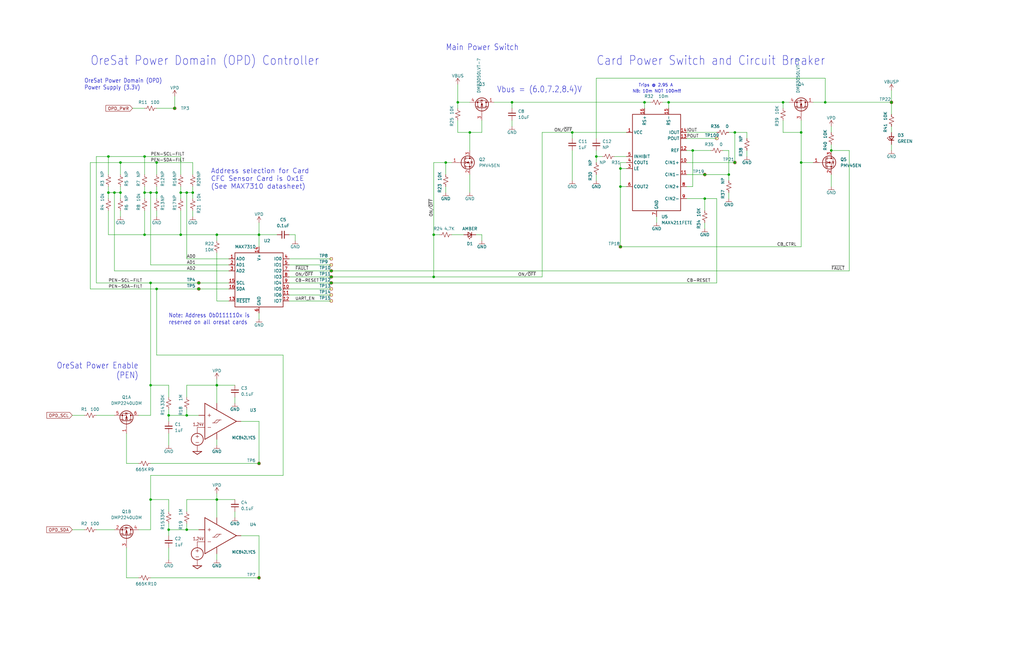
<source format=kicad_sch>
(kicad_sch (version 20211123) (generator eeschema)
  (paper "B")
  (lib_symbols
    (symbol "Device:C_Small" (pin_numbers hide) (pin_names (offset 0.254) hide)
      (property "Reference" "C" (at 0.254 1.778 0))
      (property "Value" "C_Small" (at 0.254 -2.032 0))
      (symbol "C_Small_1_1"
        (pin passive line (at 0 2.54 270) (length 2.032) (name "~") (number "1"))
        (pin passive line (at 0 -2.54 90) (length 2.032) (name "~") (number "2"))
      )
    )
    (symbol "Device:LED_Small" (pin_numbers hide) (pin_names (offset 0.254) hide)
      (property "Reference" "D" (at -1.27 3.175 0))
      (property "Value" "LED_Small" (at -4.445 -2.54 0))
      (symbol "LED_Small_1_1"
        (pin passive line (at -2.54 0 0) (length 1.778) (name "K") (number "1"))
        (pin passive line (at 2.54 0 180) (length 1.778) (name "A") (number "2"))
      )
    )
    (symbol "Device:Q_Dual_PMOS_G1S2G2D2S1D1" (pin_names (offset 0) hide)
      (property "Reference" "Q" (at 6.35 1.27 0))
      (property "Value" "Q_Dual_PMOS_G1S2G2D2S1D1" (at 19.05 -1.27 0))
      (symbol "Q_Dual_PMOS_G1S2G2D2S1D1_1_1"
        (pin input line (at -5.08 0 0) (length 2.54) (name "G") (number "1"))
        (pin passive line (at 2.54 -5.08 90) (length 2.54) (name "S") (number "5"))
        (pin passive line (at 2.54 5.08 270) (length 2.54) (name "D") (number "6"))
      )
      (symbol "Q_Dual_PMOS_G1S2G2D2S1D1_2_1"
        (pin passive line (at 2.54 -5.08 90) (length 2.54) (name "S") (number "2"))
        (pin input line (at -5.08 0 0) (length 2.54) (name "G") (number "3"))
        (pin passive line (at 2.54 5.08 270) (length 2.54) (name "D") (number "4"))
      )
    )
    (symbol "Device:Q_NMOS_GSD" (pin_names (offset 0) hide)
      (property "Reference" "Q" (at 5.08 1.27 0))
      (property "Value" "Q_NMOS_GSD" (at 5.08 -1.27 0))
      (symbol "Q_NMOS_GSD_1_1"
        (pin input line (at -5.08 0 0) (length 2.54) (name "G") (number "1"))
        (pin passive line (at 2.54 -5.08 90) (length 2.54) (name "S") (number "2"))
        (pin passive line (at 2.54 5.08 270) (length 2.54) (name "D") (number "3"))
      )
    )
    (symbol "Device:R_Small_US" (pin_numbers hide) (pin_names (offset 0.254) hide)
      (property "Reference" "R" (at 0.762 0.508 0))
      (property "Value" "R_Small_US" (at 0.762 -1.016 0))
      (symbol "R_Small_US_1_1"
        (pin passive line (at 0 2.54 270) (length 1.016) (name "~") (number "1"))
        (pin passive line (at 0 -2.54 90) (length 1.016) (name "~") (number "2"))
      )
    )
    (symbol "oresat-ics:MAX4211FETE"
      (property "Reference" "U" (at 7.62 -25.4 0))
      (property "Value" "MAX4211FETE" (at -7.62 -25.4 0))
      (symbol "MAX4211FETE_1_0"
        (pin power_in line (at -12.7 10.16 0) (length 2.54) (name "VCC") (number "1"))
        (pin input line (at 12.7 -2.54 180) (length 2.54) (name "CIN1+") (number "10"))
        (pin input line (at 12.7 -7.62 180) (length 2.54) (name "CIN1-") (number "11"))
        (pin input line (at 12.7 2.54 180) (length 2.54) (name "REF") (number "12"))
        (pin output line (at 12.7 7.62 180) (length 2.54) (name "POUT") (number "13"))
        (pin output line (at 12.7 10.16 180) (length 2.54) (name "IOUT") (number "14"))
        (pin input line (at 5.08 20.32 270) (length 2.54) (name "RS-") (number "15"))
        (pin input line (at -5.08 20.32 270) (length 2.54) (name "RS+") (number "16"))
        (pin passive line (at 0 -25.4 90) (length 2.54) hide (name "GND") (number "17"))
        (pin input line (at -12.7 -5.08 0) (length 2.54) (name "LE") (number "3"))
        (pin output line (at -12.7 -2.54 0) (length 2.54) (name "COUT1") (number "4"))
        (pin input line (at -12.7 0 0) (length 2.54) (name "INHIBIT") (number "5"))
        (pin output line (at -12.7 -12.7 0) (length 2.54) (name "COUT2") (number "6"))
        (pin power_in line (at 0 -25.4 90) (length 2.54) (name "GND") (number "7"))
        (pin input line (at 12.7 -12.7 180) (length 2.54) (name "CIN2+") (number "8"))
        (pin input line (at 12.7 -17.78 180) (length 2.54) (name "CIN2-") (number "9"))
      )
    )
    (symbol "oresat-ics:MAX7310"
      (property "Reference" "U" (at 10.16 12.7 0))
      (property "Value" "MAX7310" (at -10.16 12.7 0))
      (symbol "MAX7310_1_0"
        (pin input line (at -12.7 7.62 0) (length 2.54) (name "AD0") (number "1"))
        (pin bidirectional line (at 12.7 -5.08 180) (length 2.54) (name "IO5") (number "10"))
        (pin bidirectional line (at 12.7 -7.62 180) (length 2.54) (name "IO6") (number "11"))
        (pin bidirectional line (at 12.7 -10.16 180) (length 2.54) (name "IO7") (number "12"))
        (pin input line (at -12.7 -10.16 0) (length 2.54) (name "~{RESET}") (number "13"))
        (pin power_in line (at 0 12.7 270) (length 2.54) (name "V+") (number "14"))
        (pin input line (at -12.7 -2.54 0) (length 2.54) (name "SCL") (number "15"))
        (pin bidirectional line (at -12.7 -5.08 0) (length 2.54) (name "SDA") (number "16"))
        (pin passive line (at 0 -15.24 90) (length 2.54) hide (name "GND") (number "17"))
        (pin input line (at -12.7 5.08 0) (length 2.54) (name "AD1") (number "2"))
        (pin input line (at -12.7 2.54 0) (length 2.54) (name "AD2") (number "3"))
        (pin bidirectional line (at 12.7 7.62 180) (length 2.54) (name "IO0") (number "4"))
        (pin bidirectional line (at 12.7 5.08 180) (length 2.54) (name "IO1") (number "5"))
        (pin power_in line (at 0 -15.24 90) (length 2.54) (name "GND") (number "6"))
        (pin bidirectional line (at 12.7 2.54 180) (length 2.54) (name "IO2") (number "7"))
        (pin bidirectional line (at 12.7 0 180) (length 2.54) (name "IO3") (number "8"))
        (pin bidirectional line (at 12.7 -2.54 180) (length 2.54) (name "IO4") (number "9"))
      )
    )
    (symbol "oresat-ics:MIC842LYC5"
      (property "Reference" "U12" (at 6.35 -5.08 0))
      (property "Value" "MIC842LYC5" (at 6.35 -7.62 0))
      (symbol "MIC842LYC5_1_0"
        (text "1.24V" (at -10.16 -2.032 0) (effects (font (size 1.27 1.0795)) (justify left bottom)))
        (pin input line (at -7.62 2.54 0) (length 2.54) (name "INP") (number "1"))
        (pin power_in line (at 0 -7.62 90) (length 2.54) (name "GND") (number "2"))
        (pin output line (at 10.16 0 180) (length 2) (name "OUT") (number "4"))
        (pin power_in line (at 0 7.62 270) (length 2.54) (name "VDD") (number "5"))
      )
    )
    (symbol "oresat-misc:TestPoint-MinTH" (pin_numbers hide) (pin_names (offset 0.762) hide)
      (property "Reference" "TP" (at 0 2.54 0))
      (symbol "TestPoint-MinTH_1_1"
        (pin passive line (at 0 0 270) (length 0) (name "1") (number "1"))
      )
    )
    (symbol "oresat-power:GND" (power) (pin_names (offset 0))
      (property "Value" "GND" (at 0 -2.54 0))
      (symbol "GND_1_1"
        (pin power_in line (at 0 0 270) (length 0) hide (name "GND") (number "1"))
      )
    )
    (symbol "oresat-power:VBUS" (power) (pin_names (offset 0))
      (property "Value" "VBUS" (at 0 3.556 0))
      (symbol "VBUS_1_1"
        (pin power_in line (at 0 0 90) (length 0) hide (name "VBUS") (number "1"))
      )
    )
    (symbol "oresat-power:VBUSP" (power) (pin_names (offset 0))
      (property "Value" "VBUSP" (at 0 3.556 0))
      (symbol "VBUSP_1_1"
        (pin power_in line (at 0 0 90) (length 0) hide (name "VBUSP") (number "1"))
      )
    )
    (symbol "oresat-power:VPD" (power) (pin_names (offset 0))
      (property "Value" "VPD" (at 0 3.556 0))
      (symbol "VPD_1_1"
        (pin power_in line (at 0 0 90) (length 0) hide (name "VPD") (number "1"))
      )
    )
    (symbol "oresat-transistors:DMP3050LVT-7" (pin_names hide)
      (property "Reference" "Q?" (at 6.35 1.2701 0))
      (property "Value" "DMP3050LVT-7" (at 6.35 -1.2699 0))
      (symbol "DMP3050LVT-7_1_1"
        (pin passive line (at 2.54 5.08 270) (length 2.54) (name "D") (number "1"))
        (pin passive line (at 2.54 5.08 270) (length 2.54) hide (name "D") (number "2"))
        (pin passive line (at -5.08 0 0) (length 2.54) (name "G") (number "3"))
        (pin passive line (at 2.54 -5.08 90) (length 2.54) (name "S") (number "4"))
        (pin passive line (at 2.54 5.08 270) (length 2.54) hide (name "D") (number "5"))
        (pin passive line (at 2.54 5.08 270) (length 2.54) hide (name "D") (number "6"))
      )
    )
  )
  (junction (at 337.82 68.58))
  (junction (at 251.46 66.04))
  (junction (at 73.66 45.72))
  (junction (at 309.88 68.58))
  (junction (at 350.52 63.5))
  (junction (at 337.82 55.88))
  (junction (at 109.22 195.58))
  (junction (at 139.7 119.38))
  (junction (at 63.5 162.56))
  (junction (at 63.5 81.28))
  (junction (at 198.12 55.88))
  (junction (at 193.04 43.18))
  (junction (at 297.18 83.82))
  (junction (at 215.9 43.18))
  (junction (at 271.78 43.18))
  (junction (at 50.8 81.28))
  (junction (at 261.62 78.74))
  (junction (at 78.74 223.52))
  (junction (at 78.74 175.26))
  (junction (at 83.82 119.38))
  (junction (at 63.5 210.82))
  (junction (at 81.28 81.28))
  (junction (at 60.96 81.28))
  (junction (at 139.7 114.3))
  (junction (at 109.22 243.84))
  (junction (at 330.2 43.18))
  (junction (at 60.96 99.06))
  (junction (at 307.34 73.66))
  (junction (at 83.82 121.92))
  (junction (at 309.88 55.88))
  (junction (at 78.74 81.28))
  (junction (at 375.92 43.18))
  (junction (at 91.44 162.56))
  (junction (at 45.72 81.28))
  (junction (at 60.96 66.04))
  (junction (at 91.44 99.06))
  (junction (at 182.88 116.84))
  (junction (at 182.88 99.06))
  (junction (at 76.2 99.06))
  (junction (at 297.18 73.66))
  (junction (at 292.1 63.5))
  (junction (at 45.72 66.04))
  (junction (at 261.62 71.12))
  (junction (at 66.04 121.92))
  (junction (at 109.22 99.06))
  (junction (at 241.3 55.88))
  (junction (at 347.98 43.18))
  (junction (at 91.44 210.82))
  (junction (at 66.04 68.58))
  (junction (at 261.62 104.14))
  (junction (at 50.8 68.58))
  (junction (at 187.96 68.58))
  (junction (at 63.5 119.38))
  (junction (at 139.7 116.84))
  (junction (at 281.94 43.18))
  (junction (at 66.04 81.28))
  (junction (at 76.2 81.28))
  (junction (at 71.12 223.52))
  (junction (at 71.12 175.26))
  (junction (at 48.26 81.28))
  (wire (pts (xy 337.82 55.88) (xy 337.82 68.58)))
  (wire (pts (xy 81.28 78.74) (xy 81.28 81.28)))
  (wire (pts (xy 314.96 58.42) (xy 314.96 55.88)))
  (wire (pts (xy 83.82 119.38) (xy 96.52 119.38)))
  (wire (pts (xy 241.3 55.88) (xy 264.16 55.88)))
  (wire (pts (xy 271.78 43.18) (xy 271.78 45.72)))
  (wire (pts (xy 38.1 68.58) (xy 38.1 121.92)))
  (wire (pts (xy 38.1 121.92) (xy 66.04 121.92)))
  (wire (pts (xy 78.74 109.22) (xy 96.52 109.22)))
  (wire (pts (xy 40.64 223.52) (xy 48.26 223.52)))
  (wire (pts (xy 63.5 210.82) (xy 63.5 200.66)))
  (wire (pts (xy 375.92 43.18) (xy 375.92 48.26)))
  (wire (pts (xy 50.8 68.58) (xy 38.1 68.58)))
  (wire (pts (xy 261.62 68.58) (xy 261.62 71.12)))
  (wire (pts (xy 45.72 66.04) (xy 45.72 73.66)))
  (wire (pts (xy 45.72 78.74) (xy 45.72 81.28)))
  (wire (pts (xy 66.04 88.9) (xy 66.04 91.44)))
  (wire (pts (xy 71.12 167.64) (xy 71.12 162.56)))
  (wire (pts (xy 66.04 68.58) (xy 66.04 73.66)))
  (wire (pts (xy 91.44 127) (xy 96.52 127)))
  (wire (pts (xy 121.92 127) (xy 139.7 127)))
  (wire (pts (xy 76.2 99.06) (xy 91.44 99.06)))
  (wire (pts (xy 261.62 78.74) (xy 264.16 78.74)))
  (wire (pts (xy 347.98 33.02) (xy 347.98 43.18)))
  (wire (pts (xy 182.88 116.84) (xy 139.7 116.84)))
  (wire (pts (xy 40.64 66.04) (xy 40.64 119.38)))
  (wire (pts (xy 60.96 88.9) (xy 60.96 99.06)))
  (wire (pts (xy 200.66 99.06) (xy 203.2 99.06)))
  (wire (pts (xy 63.5 195.58) (xy 109.22 195.58)))
  (wire (pts (xy 60.96 99.06) (xy 76.2 99.06)))
  (wire (pts (xy 30.48 175.26) (xy 35.56 175.26)))
  (wire (pts (xy 309.88 55.88) (xy 307.34 55.88)))
  (wire (pts (xy 58.42 243.84) (xy 53.34 243.84)))
  (wire (pts (xy 281.94 43.18) (xy 281.94 45.72)))
  (wire (pts (xy 91.44 99.06) (xy 109.22 99.06)))
  (wire (pts (xy 193.04 45.72) (xy 193.04 43.18)))
  (wire (pts (xy 78.74 175.26) (xy 71.12 175.26)))
  (wire (pts (xy 40.64 175.26) (xy 48.26 175.26)))
  (wire (pts (xy 203.2 50.8) (xy 203.2 55.88)))
  (wire (pts (xy 337.82 50.8) (xy 337.82 55.88)))
  (wire (pts (xy 307.34 76.2) (xy 307.34 73.66)))
  (wire (pts (xy 193.04 50.8) (xy 193.04 55.88)))
  (wire (pts (xy 71.12 182.88) (xy 71.12 187.96)))
  (wire (pts (xy 375.92 53.34) (xy 375.92 55.88)))
  (wire (pts (xy 292.1 63.5) (xy 299.72 63.5)))
  (wire (pts (xy 251.46 33.02) (xy 347.98 33.02)))
  (wire (pts (xy 48.26 81.28) (xy 48.26 114.3)))
  (wire (pts (xy 91.44 233.68) (xy 91.44 236.22)))
  (wire (pts (xy 281.94 43.18) (xy 330.2 43.18)))
  (wire (pts (xy 91.44 101.6) (xy 91.44 99.06)))
  (wire (pts (xy 309.88 55.88) (xy 309.88 68.58)))
  (wire (pts (xy 307.34 63.5) (xy 304.8 63.5)))
  (wire (pts (xy 251.46 73.66) (xy 251.46 76.2)))
  (wire (pts (xy 289.56 55.88) (xy 302.26 55.88)))
  (wire (pts (xy 66.04 81.28) (xy 66.04 83.82)))
  (wire (pts (xy 187.96 68.58) (xy 187.96 73.66)))
  (wire (pts (xy 289.56 58.42) (xy 302.26 58.42)))
  (wire (pts (xy 76.2 66.04) (xy 60.96 66.04)))
  (wire (pts (xy 76.2 81.28) (xy 76.2 83.82)))
  (wire (pts (xy 297.18 83.82) (xy 297.18 88.9)))
  (wire (pts (xy 350.52 60.96) (xy 350.52 63.5)))
  (wire (pts (xy 314.96 55.88) (xy 309.88 55.88)))
  (wire (pts (xy 297.18 73.66) (xy 289.56 73.66)))
  (wire (pts (xy 45.72 81.28) (xy 45.72 83.82)))
  (wire (pts (xy 297.18 83.82) (xy 302.26 83.82)))
  (wire (pts (xy 76.2 78.74) (xy 76.2 81.28)))
  (wire (pts (xy 71.12 162.56) (xy 63.5 162.56)))
  (wire (pts (xy 63.5 81.28) (xy 63.5 111.76)))
  (wire (pts (xy 330.2 55.88) (xy 337.82 55.88)))
  (wire (pts (xy 241.3 55.88) (xy 241.3 58.42)))
  (wire (pts (xy 60.96 83.82) (xy 60.96 81.28)))
  (wire (pts (xy 81.28 88.9) (xy 81.28 91.44)))
  (wire (pts (xy 198.12 55.88) (xy 198.12 63.5)))
  (wire (pts (xy 48.26 114.3) (xy 96.52 114.3)))
  (wire (pts (xy 271.78 43.18) (xy 274.32 43.18)))
  (wire (pts (xy 40.64 119.38) (xy 63.5 119.38)))
  (wire (pts (xy 121.92 121.92) (xy 139.7 121.92)))
  (wire (pts (xy 63.5 175.26) (xy 58.42 175.26)))
  (wire (pts (xy 279.4 43.18) (xy 281.94 43.18)))
  (wire (pts (xy 251.46 66.04) (xy 254 66.04)))
  (wire (pts (xy 215.9 43.18) (xy 208.28 43.18)))
  (wire (pts (xy 358.14 63.5) (xy 358.14 114.3)))
  (wire (pts (xy 307.34 73.66) (xy 297.18 73.66)))
  (wire (pts (xy 101.6 226.06) (xy 109.22 226.06)))
  (wire (pts (xy 228.6 55.88) (xy 228.6 116.84)))
  (wire (pts (xy 337.82 68.58) (xy 342.9 68.58)))
  (wire (pts (xy 45.72 66.04) (xy 40.64 66.04)))
  (wire (pts (xy 45.72 99.06) (xy 60.96 99.06)))
  (wire (pts (xy 193.04 35.56) (xy 193.04 43.18)))
  (wire (pts (xy 350.52 73.66) (xy 350.52 78.74)))
  (wire (pts (xy 182.88 116.84) (xy 228.6 116.84)))
  (wire (pts (xy 83.82 121.92) (xy 96.52 121.92)))
  (wire (pts (xy 71.12 223.52) (xy 71.12 226.06)))
  (wire (pts (xy 50.8 78.74) (xy 50.8 81.28)))
  (wire (pts (xy 109.22 195.58) (xy 109.22 177.8)))
  (wire (pts (xy 251.46 66.04) (xy 251.46 68.58)))
  (wire (pts (xy 91.44 208.28) (xy 91.44 210.82)))
  (wire (pts (xy 187.96 68.58) (xy 190.5 68.58)))
  (wire (pts (xy 60.96 81.28) (xy 63.5 81.28)))
  (wire (pts (xy 121.92 109.22) (xy 139.7 109.22)))
  (wire (pts (xy 302.26 119.38) (xy 139.7 119.38)))
  (wire (pts (xy 78.74 223.52) (xy 83.82 223.52)))
  (wire (pts (xy 76.2 88.9) (xy 76.2 99.06)))
  (wire (pts (xy 261.62 78.74) (xy 261.62 104.14)))
  (wire (pts (xy 289.56 68.58) (xy 309.88 68.58)))
  (wire (pts (xy 99.06 162.56) (xy 91.44 162.56)))
  (wire (pts (xy 330.2 43.18) (xy 332.74 43.18)))
  (wire (pts (xy 71.12 175.26) (xy 71.12 177.8)))
  (wire (pts (xy 314.96 63.5) (xy 314.96 66.04)))
  (wire (pts (xy 124.46 99.06) (xy 121.92 99.06)))
  (wire (pts (xy 121.92 119.38) (xy 139.7 119.38)))
  (wire (pts (xy 78.74 215.9) (xy 78.74 210.82)))
  (wire (pts (xy 193.04 43.18) (xy 198.12 43.18)))
  (wire (pts (xy 30.48 223.52) (xy 35.56 223.52)))
  (wire (pts (xy 121.92 114.3) (xy 139.7 114.3)))
  (wire (pts (xy 215.9 50.8) (xy 215.9 53.34)))
  (wire (pts (xy 45.72 81.28) (xy 48.26 81.28)))
  (wire (pts (xy 109.22 99.06) (xy 109.22 104.14)))
  (wire (pts (xy 261.62 71.12) (xy 264.16 71.12)))
  (wire (pts (xy 53.34 243.84) (xy 53.34 231.14)))
  (wire (pts (xy 63.5 119.38) (xy 83.82 119.38)))
  (wire (pts (xy 81.28 68.58) (xy 66.04 68.58)))
  (wire (pts (xy 66.04 45.72) (xy 73.66 45.72)))
  (wire (pts (xy 91.44 185.42) (xy 91.44 187.96)))
  (wire (pts (xy 297.18 93.98) (xy 297.18 96.52)))
  (wire (pts (xy 187.96 78.74) (xy 187.96 81.28)))
  (wire (pts (xy 307.34 81.28) (xy 307.34 83.82)))
  (wire (pts (xy 119.38 149.86) (xy 66.04 149.86)))
  (wire (pts (xy 63.5 210.82) (xy 63.5 223.52)))
  (wire (pts (xy 182.88 116.84) (xy 182.88 99.06)))
  (wire (pts (xy 241.3 63.5) (xy 241.3 76.2)))
  (wire (pts (xy 347.98 43.18) (xy 342.9 43.18)))
  (wire (pts (xy 78.74 175.26) (xy 78.74 172.72)))
  (wire (pts (xy 182.88 68.58) (xy 187.96 68.58)))
  (wire (pts (xy 109.22 93.98) (xy 109.22 99.06)))
  (wire (pts (xy 307.34 73.66) (xy 307.34 63.5)))
  (wire (pts (xy 60.96 66.04) (xy 45.72 66.04)))
  (wire (pts (xy 78.74 167.64) (xy 78.74 162.56)))
  (wire (pts (xy 63.5 162.56) (xy 63.5 175.26)))
  (wire (pts (xy 60.96 78.74) (xy 60.96 81.28)))
  (wire (pts (xy 292.1 78.74) (xy 292.1 63.5)))
  (wire (pts (xy 99.06 215.9) (xy 99.06 218.44)))
  (wire (pts (xy 78.74 223.52) (xy 78.74 220.98)))
  (wire (pts (xy 50.8 68.58) (xy 50.8 73.66)))
  (wire (pts (xy 45.72 88.9) (xy 45.72 99.06)))
  (wire (pts (xy 71.12 210.82) (xy 63.5 210.82)))
  (wire (pts (xy 261.62 104.14) (xy 337.82 104.14)))
  (wire (pts (xy 66.04 121.92) (xy 83.82 121.92)))
  (wire (pts (xy 66.04 78.74) (xy 66.04 81.28)))
  (wire (pts (xy 63.5 119.38) (xy 63.5 162.56)))
  (wire (pts (xy 78.74 162.56) (xy 91.44 162.56)))
  (wire (pts (xy 182.88 99.06) (xy 182.88 68.58)))
  (wire (pts (xy 292.1 63.5) (xy 289.56 63.5)))
  (wire (pts (xy 58.42 195.58) (xy 53.34 195.58)))
  (wire (pts (xy 83.82 175.26) (xy 78.74 175.26)))
  (wire (pts (xy 71.12 223.52) (xy 78.74 223.52)))
  (wire (pts (xy 203.2 99.06) (xy 203.2 101.6)))
  (wire (pts (xy 109.22 226.06) (xy 109.22 243.84)))
  (wire (pts (xy 63.5 81.28) (xy 66.04 81.28)))
  (wire (pts (xy 81.28 81.28) (xy 78.74 81.28)))
  (wire (pts (xy 289.56 78.74) (xy 292.1 78.74)))
  (wire (pts (xy 60.96 66.04) (xy 60.96 73.66)))
  (wire (pts (xy 190.5 99.06) (xy 195.58 99.06)))
  (wire (pts (xy 76.2 73.66) (xy 76.2 66.04)))
  (wire (pts (xy 99.06 167.64) (xy 99.06 170.18)))
  (wire (pts (xy 109.22 99.06) (xy 116.84 99.06)))
  (wire (pts (xy 48.26 81.28) (xy 50.8 81.28)))
  (wire (pts (xy 259.08 66.04) (xy 264.16 66.04)))
  (wire (pts (xy 78.74 210.82) (xy 91.44 210.82)))
  (wire (pts (xy 71.12 215.9) (xy 71.12 210.82)))
  (wire (pts (xy 66.04 68.58) (xy 50.8 68.58)))
  (wire (pts (xy 375.92 38.1) (xy 375.92 43.18)))
  (wire (pts (xy 78.74 81.28) (xy 78.74 109.22)))
  (wire (pts (xy 264.16 68.58) (xy 261.62 68.58)))
  (wire (pts (xy 109.22 177.8) (xy 101.6 177.8)))
  (wire (pts (xy 330.2 45.72) (xy 330.2 43.18)))
  (wire (pts (xy 358.14 114.3) (xy 139.7 114.3)))
  (wire (pts (xy 347.98 43.18) (xy 375.92 43.18)))
  (wire (pts (xy 302.26 83.82) (xy 302.26 119.38)))
  (wire (pts (xy 53.34 195.58) (xy 53.34 182.88)))
  (wire (pts (xy 215.9 43.18) (xy 271.78 43.18)))
  (wire (pts (xy 289.56 83.82) (xy 297.18 83.82)))
  (wire (pts (xy 375.92 60.96) (xy 375.92 63.5)))
  (wire (pts (xy 55.88 45.72) (xy 60.96 45.72)))
  (wire (pts (xy 91.44 127) (xy 91.44 106.68)))
  (wire (pts (xy 193.04 55.88) (xy 198.12 55.88)))
  (wire (pts (xy 124.46 101.6) (xy 124.46 99.06)))
  (wire (pts (xy 203.2 55.88) (xy 198.12 55.88)))
  (wire (pts (xy 91.44 210.82) (xy 91.44 218.44)))
  (wire (pts (xy 71.12 231.14) (xy 71.12 236.22)))
  (wire (pts (xy 350.52 53.34) (xy 350.52 55.88)))
  (wire (pts (xy 251.46 33.02) (xy 251.46 58.42)))
  (wire (pts (xy 50.8 88.9) (xy 50.8 91.44)))
  (wire (pts (xy 81.28 73.66) (xy 81.28 68.58)))
  (wire (pts (xy 109.22 132.08) (xy 109.22 134.62)))
  (wire (pts (xy 71.12 223.52) (xy 71.12 220.98)))
  (wire (pts (xy 121.92 111.76) (xy 139.7 111.76)))
  (wire (pts (xy 121.92 124.46) (xy 139.7 124.46)))
  (wire (pts (xy 91.44 162.56) (xy 91.44 170.18)))
  (wire (pts (xy 228.6 55.88) (xy 241.3 55.88)))
  (wire (pts (xy 182.88 99.06) (xy 185.42 99.06)))
  (wire (pts (xy 73.66 40.64) (xy 73.66 45.72)))
  (wire (pts (xy 337.82 68.58) (xy 337.82 104.14)))
  (wire (pts (xy 109.22 243.84) (xy 63.5 243.84)))
  (wire (pts (xy 58.42 223.52) (xy 63.5 223.52)))
  (wire (pts (xy 261.62 71.12) (xy 261.62 78.74)))
  (wire (pts (xy 119.38 200.66) (xy 119.38 149.86)))
  (wire (pts (xy 121.92 116.84) (xy 139.7 116.84)))
  (wire (pts (xy 50.8 81.28) (xy 50.8 83.82)))
  (wire (pts (xy 63.5 111.76) (xy 96.52 111.76)))
  (wire (pts (xy 251.46 63.5) (xy 251.46 66.04)))
  (wire (pts (xy 66.04 149.86) (xy 66.04 121.92)))
  (wire (pts (xy 215.9 45.72) (xy 215.9 43.18)))
  (wire (pts (xy 78.74 81.28) (xy 76.2 81.28)))
  (wire (pts (xy 81.28 81.28) (xy 81.28 83.82)))
  (wire (pts (xy 71.12 175.26) (xy 71.12 172.72)))
  (wire (pts (xy 350.52 63.5) (xy 358.14 63.5)))
  (wire (pts (xy 330.2 50.8) (xy 330.2 55.88)))
  (wire (pts (xy 63.5 200.66) (xy 119.38 200.66)))
  (wire (pts (xy 91.44 162.56) (xy 91.44 160.02)))
  (wire (pts (xy 198.12 73.66) (xy 198.12 81.28)))
  (wire (pts (xy 276.86 91.44) (xy 276.86 93.98)))
  (wire (pts (xy 91.44 210.82) (xy 99.06 210.82)))
  (text "Trips @ 2.95 A" (at 269.24 36.83 0) (effects (font (size 1.27 1.27)) (justify left bottom)))
  (text "Vbus = (6.0,7.2,8.4)V" (at 209.55 39.37 180) (effects (font (size 2.54 2.159)) (justify left bottom)))
  (text "OreSat Power Domain (OPD)\nPower Supply (3.3V)" (at 35.56 38.1 180) (effects (font (size 1.778 1.5113)) (justify left bottom)))
  (text "NB: 10m NOT 100m!!" (at 266.7 39.37 0) (effects (font (size 1.27 1.27)) (justify left bottom)))
  (text "OreSat Power Domain (OPD) Controller" (at 38.1 27.94 180) (effects (font (size 3.81 3.2385)) (justify left bottom)))
  (text "Card Power Switch and Circuit Breaker" (at 251.46 27.94 180) (effects (font (size 3.81 3.2385)) (justify left bottom)))
  (text "Note: Address 0b0111110x is\nreserved on all oresat cards" (at 71.12 137.16 0) (effects (font (size 1.778 1.5113)) (justify left bottom)))
  (text "Address selection for Card\nCFC Sensor Card is 0x1E\n(See MAX7310 datasheet)" (at 88.9 80.01 0) (effects (font (size 2.032 2.032)) (justify left bottom)))
  (text "OreSat Power Enable\n(PEN)" (at 58.42 160.02 180) (effects (font (size 2.54 2.159)) (justify right bottom)))
  (text "Main Power Switch" (at 187.96 21.59 180) (effects (font (size 2.54 2.159)) (justify left bottom)))
  (label "IOUT" (at 289.56 55.88 0))
  (label "AD1" (at 78.74 111.76 0))
  (label "CB_CTRL" (at 327.66 104.14 0))
  (label "~{FAULT}" (at 124.46 114.3 0))
  (label "AD2" (at 78.74 114.3 0))
  (label "CB-RESET" (at 124.46 119.38 0))
  (label "PEN-SCL-FILT" (at 45.72 119.38 0))
  (label "PEN-SCL-FILT" (at 63.5 66.04 0))
  (label "PEN-SDA-FILT" (at 45.72 121.92 0))
  (label "AD0" (at 78.74 109.22 0))
  (label "ON{slash}~{OFF}" (at 182.88 91.44 90))
  (label "CB-RESET" (at 289.56 119.38 0))
  (label "ON{slash}~{OFF}" (at 233.68 55.88 0))
  (label "~{FAULT}" (at 350.52 114.3 0))
  (label "ON{slash}~{OFF}" (at 124.46 116.84 0))
  (label "POUT" (at 289.56 58.42 0))
  (label "UART_EN" (at 124.46 127 0))
  (label "PEN-SDA-FILT" (at 63.5 68.58 0))
  (label "ON{slash}~{OFF}" (at 218.44 116.84 0))
  (global_label "OPD_SCL" (shape input) (at 30.48 175.26 180) (property "Intersheet References" "${INTERSHEET_REFS}" (effects hide)))
  (global_label "OPD_PWR" (shape input) (at 55.88 45.72 180) (property "Intersheet References" "${INTERSHEET_REFS}" (effects hide)))
  (global_label "OPD_SDA" (shape input) (at 30.48 223.52 180) (property "Intersheet References" "${INTERSHEET_REFS}" (effects hide)))
  (symbol (lib_id "oresat-power:VBUS") (at 193.04 35.56 0) (unit 1)
    (property "Reference" "#VBUS0101" (effects hide))
    (property "Value" "VBUS" (at 193.04 32.004 0))
  )
  (symbol (lib_id "oresat-power:GND") (at 276.86 93.98 0) (unit 1)
    (property "Reference" "#GND0110" (effects hide))
    (property "Value" "GND" (at 276.86 96.52 0))
  )
  (symbol (lib_id "oresat-transistors:DMP3050LVT-7") (at 203.2 45.72 270) (mirror x) (unit 1)
    (property "Reference" "Q3" (at 203.2 35.56 90))
    (property "Value" "DMP3050LVT-7" (at 201.9301 39.37 0) (effects (justify left)))
    (property "Footprint" "Package_TO_SOT_SMD:SOT-23-6_Handsoldering" (effects hide))
    (property "Datasheet" "https://www.diodes.com/assets/Datasheets/DMP3050LVT.pdf" (effects hide))
  )
  (symbol (lib_id "oresat-misc:TestPoint-MinTH") (at 139.7 127 0) (unit 1)
    (property "Reference" "TP15" (at 134.62 125.73 0) (effects (justify left)))
    (property "Value" "TestPoint-MinTH" (effects hide))
    (property "Footprint" "oresat-misc:TestPoint-MinTH" (effects hide))
  )
  (symbol (lib_id "oresat-power:VPD") (at 91.44 208.28 0) (unit 1)
    (property "Reference" "#VPD0103" (effects hide))
    (property "Value" "VPD" (at 91.44 204.724 0))
  )
  (symbol (lib_id "oresat-misc:TestPoint-MinTH") (at 109.22 243.84 0) (unit 1)
    (property "Reference" "TP7" (at 104.14 242.57 0) (effects (justify left)))
    (property "Value" "TestPoint-MinTH" (effects hide))
    (property "Footprint" "oresat-misc:TestPoint-MinTH" (effects hide))
  )
  (symbol (lib_id "Device:R_Small_US") (at 45.72 76.2 0) (unit 1)
    (property "Reference" "R3" (at 43.18 78.74 90) (effects (justify left)))
    (property "Value" "NP" (at 43.18 74.93 90) (effects (justify left)))
    (property "Footprint" "Resistor_SMD:R_0603_1608Metric_Pad0.98x0.95mm_HandSolder" (effects hide))
  )
  (symbol (lib_id "oresat-power:VPD") (at 109.22 93.98 0) (unit 1)
    (property "Reference" "#VPD0102" (effects hide))
    (property "Value" "VPD" (at 109.22 90.424 0))
  )
  (symbol (lib_id "Device:C_Small") (at 215.9 48.26 180) (unit 1)
    (property "Reference" "C8" (at 218.44 46.9835 0) (effects (justify right)))
    (property "Value" "10uF" (at 218.44 49.5235 0) (effects (justify right)))
    (property "Footprint" "Capacitor_SMD:C_0805_2012Metric_Pad1.18x1.45mm_HandSolder" (effects hide))
  )
  (symbol (lib_id "Device:R_Small_US") (at 50.8 76.2 0) (unit 1)
    (property "Reference" "R5" (at 53.34 78.74 90) (effects (justify left)))
    (property "Value" "NP" (at 53.34 74.93 90) (effects (justify left)))
    (property "Footprint" "Resistor_SMD:R_0603_1608Metric_Pad0.98x0.95mm_HandSolder" (effects hide))
  )
  (symbol (lib_id "Device:R_Small_US") (at 63.5 45.72 90) (unit 1)
    (property "Reference" "R11" (at 62.23 43.18 90) (effects (justify left)))
    (property "Value" "100" (at 67.31 43.18 90) (effects (justify left)))
    (property "Footprint" "Resistor_SMD:R_0603_1608Metric_Pad0.98x0.95mm_HandSolder" (effects hide))
  )
  (symbol (lib_id "oresat-misc:TestPoint-MinTH") (at 139.7 121.92 0) (unit 1)
    (property "Reference" "TP13" (at 134.62 120.65 0) (effects (justify left)))
    (property "Value" "TestPoint-MinTH" (effects hide))
    (property "Footprint" "oresat-misc:TestPoint-MinTH" (effects hide))
  )
  (symbol (lib_id "Device:R_Small_US") (at 314.96 60.96 180) (unit 1)
    (property "Reference" "R38" (at 312.42 62.23 90) (effects (justify left)))
    (property "Value" "NP" (at 312.42 57.15 90) (effects (justify left)))
    (property "Footprint" "Resistor_SMD:R_0603_1608Metric_Pad0.98x0.95mm_HandSolder" (effects hide))
  )
  (symbol (lib_id "oresat-power:VPD") (at 73.66 40.64 0) (unit 1)
    (property "Reference" "#VPD0105" (effects hide))
    (property "Value" "VPD" (at 73.66 37.084 0))
  )
  (symbol (lib_id "Device:R_Small_US") (at 66.04 86.36 0) (unit 1)
    (property "Reference" "R13" (at 68.58 88.9 90) (effects (justify left)))
    (property "Value" "NP" (at 68.58 85.09 90) (effects (justify left)))
    (property "Footprint" "Resistor_SMD:R_0603_1608Metric_Pad0.98x0.95mm_HandSolder" (effects hide))
  )
  (symbol (lib_id "Device:R_Small_US") (at 60.96 243.84 270) (unit 1)
    (property "Reference" "R10" (at 62.23 246.38 90) (effects (justify left)))
    (property "Value" "665K" (at 57.15 246.38 90) (effects (justify left)))
    (property "Footprint" "Resistor_SMD:R_0603_1608Metric_Pad0.98x0.95mm_HandSolder" (effects hide))
  )
  (symbol (lib_id "Device:R_Small_US") (at 71.12 218.44 180) (unit 1)
    (property "Reference" "R15" (at 68.58 219.71 90) (effects (justify left)))
    (property "Value" "330K" (at 68.58 214.63 90) (effects (justify left)))
    (property "Footprint" "Resistor_SMD:R_0603_1608Metric_Pad0.98x0.95mm_HandSolder" (effects hide))
  )
  (symbol (lib_id "Device:C_Small") (at 241.3 60.96 180) (unit 1)
    (property "Reference" "C11" (at 243.84 59.6835 0) (effects (justify right)))
    (property "Value" "1uF" (at 243.84 62.2235 0) (effects (justify right)))
    (property "Footprint" "Capacitor_SMD:C_0603_1608Metric_Pad1.08x0.95mm_HandSolder" (effects hide))
  )
  (symbol (lib_id "Device:C_Small") (at 71.12 228.6 180) (unit 1)
    (property "Reference" "C2" (at 73.66 227.3235 0) (effects (justify right)))
    (property "Value" "1uF" (at 73.66 229.8635 0) (effects (justify right)))
    (property "Footprint" "Capacitor_SMD:C_0603_1608Metric_Pad1.08x0.95mm_HandSolder" (effects hide))
  )
  (symbol (lib_id "Device:C_Small") (at 119.38 99.06 90) (unit 1)
    (property "Reference" "C5" (at 119.3863 92.71 90))
    (property "Value" "0.1uF" (at 119.3863 95.25 90))
    (property "Footprint" "Capacitor_SMD:C_0603_1608Metric_Pad1.08x0.95mm_HandSolder" (effects hide))
  )
  (symbol (lib_id "oresat-ics:MIC842LYC5") (at 91.44 177.8 0) (unit 1)
    (property "Reference" "U3" (at 106.68 173.101 0))
    (property "Value" "MIC842LYC5" (at 97.79 185.42 0) (effects (font (size 1.27 1.0795)) (justify left bottom)))
    (property "Footprint" "Package_TO_SOT_SMD:SOT-353_SC-70-5" (effects hide))
    (property "Datasheet" "https://ww1.microchip.com/downloads/aemDocuments/documents/OTH/ProductDocuments/DataSheets/20005758A.pdf" (effects hide))
  )
  (symbol (lib_id "Device:R_Small_US") (at 38.1 175.26 90) (unit 1)
    (property "Reference" "R1" (at 36.83 172.72 90) (effects (justify left)))
    (property "Value" "100" (at 41.91 172.72 90) (effects (justify left)))
    (property "Footprint" "Resistor_SMD:R_0603_1608Metric_Pad0.98x0.95mm_HandSolder" (effects hide))
  )
  (symbol (lib_id "Device:R_Small_US") (at 50.8 86.36 0) (unit 1)
    (property "Reference" "R6" (at 53.34 88.9 90) (effects (justify left)))
    (property "Value" "NP" (at 53.34 85.09 90) (effects (justify left)))
    (property "Footprint" "Resistor_SMD:R_0603_1608Metric_Pad0.98x0.95mm_HandSolder" (effects hide))
  )
  (symbol (lib_id "Device:R_Small_US") (at 76.2 76.2 0) (unit 1)
    (property "Reference" "R16" (at 73.66 78.74 90) (effects (justify left)))
    (property "Value" "NP" (at 73.66 74.93 90) (effects (justify left)))
    (property "Footprint" "Resistor_SMD:R_0603_1608Metric_Pad0.98x0.95mm_HandSolder" (effects hide))
  )
  (symbol (lib_id "oresat-power:GND") (at 109.22 134.62 0) (unit 1)
    (property "Reference" "#GND0118" (effects hide))
    (property "Value" "GND" (at 109.22 137.16 0))
  )
  (symbol (lib_id "Device:LED_Small") (at 375.92 58.42 90) (unit 1)
    (property "Reference" "D3" (at 378.46 57.0864 90) (effects (justify right)))
    (property "Value" "GREEN" (at 378.46 59.6264 90) (effects (justify right)))
    (property "Footprint" "LED_SMD:LED_0603_1608Metric_Pad1.05x0.95mm_HandSolder" (effects hide))
  )
  (symbol (lib_id "Device:R_Small_US") (at 307.34 78.74 180) (unit 1)
    (property "Reference" "R37" (at 304.8 80.01 90) (effects (justify left)))
    (property "Value" "NP" (at 304.8 74.93 90) (effects (justify left)))
    (property "Footprint" "Resistor_SMD:R_0603_1608Metric_Pad0.98x0.95mm_HandSolder" (effects hide))
  )
  (symbol (lib_id "oresat-misc:TestPoint-MinTH") (at 139.7 124.46 0) (unit 1)
    (property "Reference" "TP14" (at 134.62 123.19 0) (effects (justify left)))
    (property "Value" "TestPoint-MinTH" (effects hide))
    (property "Footprint" "oresat-misc:TestPoint-MinTH" (effects hide))
  )
  (symbol (lib_id "Device:Q_Dual_PMOS_G1S2G2D2S1D1") (at 53.34 177.8 270) (mirror x) (unit 1)
    (property "Reference" "Q1" (at 53.34 167.64 90))
    (property "Value" "DMP2240UDM" (at 53.34 170.18 90))
    (property "Footprint" "Package_TO_SOT_SMD:SOT-23-6_Handsoldering" (effects hide))
    (property "Datasheet" "https://www.diodes.com/assets/Datasheets/ds31197.pdf" (effects hide))
  )
  (symbol (lib_id "oresat-power:GND") (at 71.12 236.22 0) (unit 1)
    (property "Reference" "#GND0119" (effects hide))
    (property "Value" "GND" (at 71.12 238.76 0))
  )
  (symbol (lib_id "Device:C_Small") (at 251.46 60.96 180) (unit 1)
    (property "Reference" "C12" (at 254 59.6835 0) (effects (justify right)))
    (property "Value" "NP" (at 254 62.2235 0) (effects (justify right)))
    (property "Footprint" "Capacitor_SMD:C_0603_1608Metric_Pad1.08x0.95mm_HandSolder" (effects hide))
  )
  (symbol (lib_id "oresat-power:GND") (at 375.92 63.5 0) (unit 1)
    (property "Reference" "#GND0106" (effects hide))
    (property "Value" "GND" (at 375.92 66.04 0))
  )
  (symbol (lib_id "Device:R_Small_US") (at 350.52 58.42 180) (unit 1)
    (property "Reference" "R40" (at 347.98 59.69 90) (effects (justify left)))
    (property "Value" "10K" (at 347.98 54.61 90) (effects (justify left)))
    (property "Footprint" "Resistor_SMD:R_0603_1608Metric_Pad0.98x0.95mm_HandSolder" (effects hide))
  )
  (symbol (lib_id "Device:R_Small_US") (at 330.2 48.26 180) (unit 1)
    (property "Reference" "R39" (at 327.66 49.53 90) (effects (justify left)))
    (property "Value" "10K" (at 327.66 44.45 90) (effects (justify left)))
    (property "Footprint" "Resistor_SMD:R_0603_1608Metric_Pad0.98x0.95mm_HandSolder" (effects hide))
  )
  (symbol (lib_id "oresat-misc:TestPoint-MinTH") (at 302.26 58.42 0) (unit 1)
    (property "Reference" "TP109" (at 297.18 57.15 0) (effects (justify left)))
    (property "Value" "TestPoint-MinTH" (effects hide))
    (property "Footprint" "oresat-misc:TestPoint-MinTH" (effects hide))
  )
  (symbol (lib_id "oresat-power:GND") (at 81.28 91.44 0) (unit 1)
    (property "Reference" "#GND0116" (effects hide))
    (property "Value" "GND" (at 81.28 93.98 0))
  )
  (symbol (lib_id "Device:R_Small_US") (at 276.86 43.18 90) (unit 1)
    (property "Reference" "R32" (at 275.59 40.64 90) (effects (justify left)))
    (property "Value" "10m" (at 281.94 40.64 90) (effects (justify left)))
    (property "Footprint" "Resistor_SMD:R_1206_3216Metric" (effects hide))
  )
  (symbol (lib_id "Device:R_Small_US") (at 375.92 50.8 180) (unit 1)
    (property "Reference" "R41" (at 373.38 52.07 90) (effects (justify left)))
    (property "Value" "10K" (at 373.38 46.99 90) (effects (justify left)))
    (property "Footprint" "Resistor_SMD:R_0603_1608Metric_Pad0.98x0.95mm_HandSolder" (effects hide))
  )
  (symbol (lib_id "Device:R_Small_US") (at 91.44 104.14 0) (unit 1)
    (property "Reference" "R22" (at 86.36 102.87 0) (effects (justify left)))
    (property "Value" "10K" (at 86.36 105.41 0) (effects (justify left)))
    (property "Footprint" "Resistor_SMD:R_0603_1608Metric_Pad0.98x0.95mm_HandSolder" (effects hide))
  )
  (symbol (lib_id "oresat-power:VPD") (at 91.44 160.02 0) (unit 1)
    (property "Reference" "#VPD0104" (effects hide))
    (property "Value" "VPD" (at 91.44 156.464 0))
  )
  (symbol (lib_id "oresat-power:GND") (at 307.34 83.82 0) (unit 1)
    (property "Reference" "#GND0107" (effects hide))
    (property "Value" "GND" (at 307.34 86.36 0))
  )
  (symbol (lib_id "oresat-misc:TestPoint-MinTH") (at 73.66 45.72 0) (unit 1)
    (property "Reference" "TP3" (at 76.2 45.72 0) (effects (justify left)))
    (property "Value" "TestPoint-MinTH" (effects hide))
    (property "Footprint" "oresat-misc:TestPoint-MinTH" (effects hide))
  )
  (symbol (lib_id "oresat-ics:MAX4211FETE") (at 276.86 66.04 0) (unit 1)
    (property "Reference" "U5" (at 278.8794 91.44 0) (effects (justify left)))
    (property "Value" "MAX4211FETE" (at 278.8794 93.98 0) (effects (justify left)))
    (property "Footprint" "Package_DFN_QFN:QFN-16-1EP_4x4mm_P0.65mm_EP2.1x2.1mm" (effects hide))
    (property "Datasheet" "https://www.mouser.com/datasheet/2/256/MAX4210-MAX4211-1265251.pdf" (effects hide))
  )
  (symbol (lib_id "Device:R_Small_US") (at 66.04 76.2 0) (unit 1)
    (property "Reference" "R12" (at 68.58 78.74 90) (effects (justify left)))
    (property "Value" "NP" (at 68.58 74.93 90) (effects (justify left)))
    (property "Footprint" "Resistor_SMD:R_0603_1608Metric_Pad0.98x0.95mm_HandSolder" (effects hide))
  )
  (symbol (lib_id "oresat-power:GND") (at 91.44 236.22 0) (unit 1)
    (property "Reference" "#GND0120" (effects hide))
    (property "Value" "GND" (at 91.44 238.76 0))
  )
  (symbol (lib_id "Device:R_Small_US") (at 38.1 223.52 90) (unit 1)
    (property "Reference" "R2" (at 36.83 220.98 90) (effects (justify left)))
    (property "Value" "100" (at 41.91 220.98 90) (effects (justify left)))
    (property "Footprint" "Resistor_SMD:R_0603_1608Metric_Pad0.98x0.95mm_HandSolder" (effects hide))
  )
  (symbol (lib_id "oresat-power:GND") (at 99.06 218.44 0) (unit 1)
    (property "Reference" "#GND0121" (effects hide))
    (property "Value" "GND" (at 99.06 220.98 0))
  )
  (symbol (lib_id "Device:R_Small_US") (at 78.74 170.18 180) (unit 1)
    (property "Reference" "R18" (at 76.2 171.45 90) (effects (justify left)))
    (property "Value" "1M" (at 76.2 166.37 90) (effects (justify left)))
    (property "Footprint" "Resistor_SMD:R_0603_1608Metric_Pad0.98x0.95mm_HandSolder" (effects hide))
  )
  (symbol (lib_id "Device:R_Small_US") (at 60.96 195.58 270) (unit 1)
    (property "Reference" "R9" (at 62.23 198.12 90) (effects (justify left)))
    (property "Value" "665K" (at 57.15 198.12 90) (effects (justify left)))
    (property "Footprint" "Resistor_SMD:R_0603_1608Metric_Pad0.98x0.95mm_HandSolder" (effects hide))
  )
  (symbol (lib_id "oresat-power:GND") (at 203.2 101.6 0) (unit 1)
    (property "Reference" "#GND0111" (effects hide))
    (property "Value" "GND" (at 203.2 104.14 0))
  )
  (symbol (lib_id "oresat-power:GND") (at 124.46 101.6 0) (unit 1)
    (property "Reference" "#GND0117" (effects hide))
    (property "Value" "GND" (at 124.46 104.14 0))
  )
  (symbol (lib_id "oresat-misc:TestPoint-MinTH") (at 261.62 104.14 0) (unit 1)
    (property "Reference" "TP18" (at 256.54 102.87 0) (effects (justify left)))
    (property "Value" "TestPoint-MinTH" (effects hide))
    (property "Footprint" "oresat-misc:TestPoint-MinTH" (effects hide))
  )
  (symbol (lib_id "Device:R_Small_US") (at 78.74 218.44 180) (unit 1)
    (property "Reference" "R19" (at 76.2 219.71 90) (effects (justify left)))
    (property "Value" "1M" (at 76.2 214.63 90) (effects (justify left)))
    (property "Footprint" "Resistor_SMD:R_0603_1608Metric_Pad0.98x0.95mm_HandSolder" (effects hide))
  )
  (symbol (lib_id "Device:R_Small_US") (at 71.12 170.18 180) (unit 1)
    (property "Reference" "R14" (at 68.58 171.45 90) (effects (justify left)))
    (property "Value" "330K" (at 68.58 166.37 90) (effects (justify left)))
    (property "Footprint" "Resistor_SMD:R_0603_1608Metric_Pad0.98x0.95mm_HandSolder" (effects hide))
  )
  (symbol (lib_id "oresat-misc:TestPoint-MinTH") (at 139.7 116.84 0) (unit 1)
    (property "Reference" "TP11" (at 134.62 115.57 0) (effects (justify left)))
    (property "Value" "TestPoint-MinTH" (effects hide))
    (property "Footprint" "oresat-misc:TestPoint-MinTH" (effects hide))
  )
  (symbol (lib_id "oresat-power:GND") (at 66.04 91.44 0) (unit 1)
    (property "Reference" "#GND0114" (effects hide))
    (property "Value" "GND" (at 66.04 93.98 0))
  )
  (symbol (lib_id "Device:R_Small_US") (at 45.72 86.36 0) (unit 1)
    (property "Reference" "R4" (at 43.18 88.9 90) (effects (justify left)))
    (property "Value" "10k" (at 43.18 85.09 90) (effects (justify left)))
    (property "Footprint" "Resistor_SMD:R_0603_1608Metric_Pad0.98x0.95mm_HandSolder" (effects hide))
  )
  (symbol (lib_id "oresat-power:GND") (at 297.18 96.52 0) (unit 1)
    (property "Reference" "#GND0109" (effects hide))
    (property "Value" "GND" (at 297.18 99.06 0))
  )
  (symbol (lib_id "oresat-power:VBUSP") (at 375.92 38.1 0) (unit 1)
    (property "Reference" "#VBUSP0101" (effects hide))
    (property "Value" "VBUSP" (at 375.92 34.544 0))
  )
  (symbol (lib_id "oresat-transistors:DMP3050LVT-7") (at 337.82 45.72 270) (mirror x) (unit 1)
    (property "Reference" "Q4" (at 337.82 35.56 90))
    (property "Value" "DMP3050LVT-7" (at 336.5501 39.37 0) (effects (justify left)))
    (property "Footprint" "Package_TO_SOT_SMD:SOT-23-6_Handsoldering" (effects hide))
    (property "Datasheet" "https://www.diodes.com/assets/Datasheets/DMP3050LVT.pdf" (effects hide))
  )
  (symbol (lib_id "oresat-misc:TestPoint-MinTH") (at 109.22 195.58 0) (unit 1)
    (property "Reference" "TP6" (at 104.14 194.31 0) (effects (justify left)))
    (property "Value" "TestPoint-MinTH" (effects hide))
    (property "Footprint" "oresat-misc:TestPoint-MinTH" (effects hide))
  )
  (symbol (lib_id "oresat-ics:MAX7310") (at 109.22 116.84 0) (unit 1)
    (property "Reference" "U2" (at 111.2394 101.6 0) (effects (justify left)))
    (property "Value" "MAX7310" (at 99.06 104.14 0) (effects (justify left)))
    (property "Footprint" "Package_DFN_QFN:QFN-16-1EP_4x4mm_P0.65mm_EP2.1x2.1mm" (effects hide))
    (property "Datasheet" "https://datasheets.maximintegrated.com/en/ds/MAX7310.pdf" (effects hide))
  )
  (symbol (lib_id "oresat-power:GND") (at 251.46 76.2 0) (unit 1)
    (property "Reference" "#GND0105" (effects hide))
    (property "Value" "GND" (at 251.46 78.74 0))
  )
  (symbol (lib_id "Device:R_Small_US") (at 187.96 76.2 180) (unit 1)
    (property "Reference" "R23" (at 185.42 77.47 90) (effects (justify left)))
    (property "Value" "10K" (at 185.42 72.39 90) (effects (justify left)))
    (property "Footprint" "Resistor_SMD:R_0603_1608Metric_Pad0.98x0.95mm_HandSolder" (effects hide))
  )
  (symbol (lib_id "oresat-power:GND") (at 71.12 187.96 0) (unit 1)
    (property "Reference" "#GND0122" (effects hide))
    (property "Value" "GND" (at 71.12 190.5 0))
  )
  (symbol (lib_id "Device:R_Small_US") (at 193.04 48.26 180) (unit 1)
    (property "Reference" "R25" (at 190.5 49.53 90) (effects (justify left)))
    (property "Value" "10K" (at 190.5 44.45 90) (effects (justify left)))
    (property "Footprint" "Resistor_SMD:R_0603_1608Metric_Pad0.98x0.95mm_HandSolder" (effects hide))
  )
  (symbol (lib_id "oresat-misc:TestPoint-MinTH") (at 139.7 111.76 0) (unit 1)
    (property "Reference" "TP9" (at 134.62 110.49 0) (effects (justify left)))
    (property "Value" "TestPoint-MinTH" (effects hide))
    (property "Footprint" "oresat-misc:TestPoint-MinTH" (effects hide))
  )
  (symbol (lib_id "oresat-power:GND") (at 99.06 170.18 0) (unit 1)
    (property "Reference" "#GND0124" (effects hide))
    (property "Value" "GND" (at 99.06 172.72 0))
  )
  (symbol (lib_id "Device:Q_NMOS_GSD") (at 347.98 68.58 0) (unit 1)
    (property "Reference" "Q5" (at 354.33 67.3099 0) (effects (justify left)))
    (property "Value" "PMV45EN" (at 354.33 69.8499 0) (effects (justify left)))
    (property "Footprint" "Package_TO_SOT_SMD:SOT-23-3" (effects hide))
    (property "Datasheet" "https://assets.nexperia.com/documents/data-sheet/PMV45EN2.pdf" (effects hide))
  )
  (symbol (lib_id "oresat-power:GND") (at 241.3 76.2 0) (unit 1)
    (property "Reference" "#GND0103" (effects hide))
    (property "Value" "GND" (at 241.3 78.74 0))
  )
  (symbol (lib_id "oresat-misc:TestPoint-MinTH") (at 83.82 119.38 0) (unit 1)
    (property "Reference" "TP4" (at 78.74 118.11 0) (effects (justify left)))
    (property "Value" "TestPoint-MinTH" (effects hide))
    (property "Footprint" "oresat-misc:TestPoint-MinTH" (effects hide))
  )
  (symbol (lib_id "Device:R_Small_US") (at 81.28 86.36 0) (unit 1)
    (property "Reference" "R21" (at 83.82 90.17 90) (effects (justify left)))
    (property "Value" "10k" (at 83.82 85.09 90) (effects (justify left)))
    (property "Footprint" "Resistor_SMD:R_0603_1608Metric_Pad0.98x0.95mm_HandSolder" (effects hide))
  )
  (symbol (lib_id "oresat-misc:TestPoint-MinTH") (at 309.88 68.58 0) (unit 1)
    (property "Reference" "TP21" (at 304.8 67.31 0) (effects (justify left)))
    (property "Value" "TestPoint-MinTH" (effects hide))
    (property "Footprint" "oresat-misc:TestPoint-MinTH" (effects hide))
  )
  (symbol (lib_id "oresat-misc:TestPoint-MinTH") (at 375.92 43.18 0) (unit 1)
    (property "Reference" "TP22" (at 370.84 41.91 0) (effects (justify left)))
    (property "Value" "TestPoint-MinTH" (effects hide))
    (property "Footprint" "oresat-misc:TestPoint-MinTH" (effects hide))
  )
  (symbol (lib_id "oresat-power:VPD") (at 350.52 53.34 0) (unit 1)
    (property "Reference" "#VPD0101" (effects hide))
    (property "Value" "VPD" (at 350.52 49.784 0))
  )
  (symbol (lib_id "Device:C_Small") (at 99.06 165.1 180) (unit 1)
    (property "Reference" "C3" (at 101.6 163.8235 0) (effects (justify right)))
    (property "Value" "0.1uF" (at 101.6 166.3635 0) (effects (justify right)))
    (property "Footprint" "Capacitor_SMD:C_0603_1608Metric_Pad1.08x0.95mm_HandSolder" (effects hide))
  )
  (symbol (lib_id "Device:C_Small") (at 71.12 180.34 180) (unit 1)
    (property "Reference" "C1" (at 73.66 179.0635 0) (effects (justify right)))
    (property "Value" "1uF" (at 73.66 181.6035 0) (effects (justify right)))
    (property "Footprint" "Capacitor_SMD:C_0603_1608Metric_Pad1.08x0.95mm_HandSolder" (effects hide))
  )
  (symbol (lib_id "Device:R_Small_US") (at 76.2 86.36 0) (unit 1)
    (property "Reference" "R17" (at 73.66 88.9 90) (effects (justify left)))
    (property "Value" "NP" (at 73.66 85.09 90) (effects (justify left)))
    (property "Footprint" "Resistor_SMD:R_0603_1608Metric_Pad0.98x0.95mm_HandSolder" (effects hide))
  )
  (symbol (lib_id "Device:R_Small_US") (at 60.96 86.36 0) (unit 1)
    (property "Reference" "R8" (at 58.42 88.9 90) (effects (justify left)))
    (property "Value" "10k" (at 58.42 85.09 90) (effects (justify left)))
    (property "Footprint" "Resistor_SMD:R_0603_1608Metric_Pad0.98x0.95mm_HandSolder" (effects hide))
  )
  (symbol (lib_id "Device:R_Small_US") (at 251.46 71.12 180) (unit 1)
    (property "Reference" "R30" (at 248.92 72.39 90) (effects (justify left)))
    (property "Value" "NP" (at 248.92 67.31 90) (effects (justify left)))
    (property "Footprint" "Resistor_SMD:R_0603_1608Metric_Pad0.98x0.95mm_HandSolder" (effects hide))
  )
  (symbol (lib_id "Device:R_Small_US") (at 302.26 63.5 90) (unit 1)
    (property "Reference" "R35" (at 300.99 60.96 90) (effects (justify left)))
    (property "Value" "0" (at 304.8 60.96 90) (effects (justify left)))
    (property "Footprint" "Resistor_SMD:R_0603_1608Metric_Pad0.98x0.95mm_HandSolder" (effects hide))
  )
  (symbol (lib_id "Device:R_Small_US") (at 297.18 91.44 180) (unit 1)
    (property "Reference" "R34" (at 294.64 92.71 90) (effects (justify left)))
    (property "Value" "10K" (at 294.64 87.63 90) (effects (justify left)))
    (property "Footprint" "Resistor_SMD:R_0603_1608Metric_Pad0.98x0.95mm_HandSolder" (effects hide))
  )
  (symbol (lib_id "oresat-misc:TestPoint-MinTH") (at 83.82 121.92 0) (unit 1)
    (property "Reference" "TP5" (at 78.74 120.65 0) (effects (justify left)))
    (property "Value" "TestPoint-MinTH" (effects hide))
    (property "Footprint" "oresat-misc:TestPoint-MinTH" (effects hide))
  )
  (symbol (lib_id "oresat-misc:TestPoint-MinTH") (at 139.7 109.22 0) (unit 1)
    (property "Reference" "TP8" (at 134.62 107.95 0) (effects (justify left)))
    (property "Value" "TestPoint-MinTH" (effects hide))
    (property "Footprint" "oresat-misc:TestPoint-MinTH" (effects hide))
  )
  (symbol (lib_id "oresat-misc:TestPoint-MinTH") (at 297.18 73.66 0) (unit 1)
    (property "Reference" "TP19" (at 292.1 72.39 0) (effects (justify left)))
    (property "Value" "TestPoint-MinTH" (effects hide))
    (property "Footprint" "oresat-misc:TestPoint-MinTH" (effects hide))
  )
  (symbol (lib_id "oresat-power:GND") (at 198.12 81.28 0) (unit 1)
    (property "Reference" "#GND0112" (effects hide))
    (property "Value" "GND" (at 198.12 83.82 0))
  )
  (symbol (lib_id "oresat-ics:MIC842LYC5") (at 91.44 226.06 0) (unit 1)
    (property "Reference" "U4" (at 106.68 221.361 0))
    (property "Value" "MIC842LYC5" (at 97.79 233.68 0) (effects (font (size 1.27 1.0795)) (justify left bottom)))
    (property "Footprint" "Package_TO_SOT_SMD:SOT-353_SC-70-5" (effects hide))
    (property "Datasheet" "https://ww1.microchip.com/downloads/aemDocuments/documents/OTH/ProductDocuments/DataSheets/20005758A.pdf" (effects hide))
  )
  (symbol (lib_id "oresat-power:GND") (at 50.8 91.44 0) (unit 1)
    (property "Reference" "#GND0115" (effects hide))
    (property "Value" "GND" (at 50.8 93.98 0))
  )
  (symbol (lib_id "Device:LED_Small") (at 198.12 99.06 180) (unit 1)
    (property "Reference" "D1" (at 198.12 102.87 0))
    (property "Value" "AMBER" (at 198.12 96.52 0))
    (property "Footprint" "LED_SMD:LED_0603_1608Metric_Pad1.05x0.95mm_HandSolder" (effects hide))
  )
  (symbol (lib_id "Device:R_Small_US") (at 60.96 76.2 0) (unit 1)
    (property "Reference" "R7" (at 58.42 78.74 90) (effects (justify left)))
    (property "Value" "NP" (at 58.42 74.93 90) (effects (justify left)))
    (property "Footprint" "Resistor_SMD:R_0603_1608Metric_Pad0.98x0.95mm_HandSolder" (effects hide))
  )
  (symbol (lib_id "Device:R_Small_US") (at 256.54 66.04 270) (unit 1)
    (property "Reference" "R31" (at 257.81 68.58 90) (effects (justify left)))
    (property "Value" "NP" (at 252.73 68.58 90) (effects (justify left)))
    (property "Footprint" "Resistor_SMD:R_0603_1608Metric_Pad0.98x0.95mm_HandSolder" (effects hide))
  )
  (symbol (lib_id "Device:C_Small") (at 99.06 213.36 180) (unit 1)
    (property "Reference" "C4" (at 101.6 212.0835 0) (effects (justify right)))
    (property "Value" "0.1uF" (at 101.6 214.6235 0) (effects (justify right)))
    (property "Footprint" "Capacitor_SMD:C_0603_1608Metric_Pad1.08x0.95mm_HandSolder" (effects hide))
  )
  (symbol (lib_id "oresat-power:GND") (at 314.96 66.04 0) (unit 1)
    (property "Reference" "#GND0108" (effects hide))
    (property "Value" "GND" (at 314.96 68.58 0))
  )
  (symbol (lib_id "Device:Q_NMOS_GSD") (at 195.58 68.58 0) (unit 1)
    (property "Reference" "Q2" (at 201.93 67.3099 0) (effects (justify left)))
    (property "Value" "PMV45EN" (at 201.93 69.8499 0) (effects (justify left)))
    (property "Footprint" "Package_TO_SOT_SMD:SOT-23-3" (effects hide))
    (property "Datasheet" "https://assets.nexperia.com/documents/data-sheet/PMV45EN2.pdf" (effects hide))
  )
  (symbol (lib_id "oresat-power:GND") (at 91.44 187.96 0) (unit 1)
    (property "Reference" "#GND0123" (effects hide))
    (property "Value" "GND" (at 91.44 190.5 0))
  )
  (symbol (lib_id "oresat-power:GND") (at 187.96 81.28 0) (unit 1)
    (property "Reference" "#GND0113" (effects hide))
    (property "Value" "GND" (at 187.96 83.82 0))
  )
  (symbol (lib_id "Device:R_Small_US") (at 187.96 99.06 90) (unit 1)
    (property "Reference" "R24" (at 186.69 96.52 90) (effects (justify left)))
    (property "Value" "4.7K" (at 191.77 96.52 90) (effects (justify left)))
    (property "Footprint" "Resistor_SMD:R_0603_1608Metric_Pad0.98x0.95mm_HandSolder" (effects hide))
  )
  (symbol (lib_id "oresat-misc:TestPoint-MinTH") (at 139.7 119.38 0) (unit 1)
    (property "Reference" "TP12" (at 134.62 118.11 0) (effects (justify left)))
    (property "Value" "TestPoint-MinTH" (effects hide))
    (property "Footprint" "oresat-misc:TestPoint-MinTH" (effects hide))
  )
  (symbol (lib_id "Device:R_Small_US") (at 304.8 55.88 90) (unit 1)
    (property "Reference" "R36" (at 303.53 53.34 90) (effects (justify left)))
    (property "Value" "0" (at 307.34 53.34 90) (effects (justify left)))
    (property "Footprint" "Resistor_SMD:R_0603_1608Metric_Pad0.98x0.95mm_HandSolder" (effects hide))
  )
  (symbol (lib_id "Device:Q_Dual_PMOS_G1S2G2D2S1D1") (at 53.34 226.06 270) (mirror x) (unit 2)
    (property "Reference" "Q1" (at 53.34 215.9 90))
    (property "Value" "DMP2240UDM" (at 53.34 218.44 90))
    (property "Footprint" "Package_TO_SOT_SMD:SOT-23-6_Handsoldering" (effects hide))
    (property "Datasheet" "https://www.diodes.com/assets/Datasheets/ds31197.pdf" (effects hide))
  )
  (symbol (lib_id "oresat-misc:TestPoint-MinTH") (at 139.7 114.3 0) (unit 1)
    (property "Reference" "TP10" (at 134.62 113.03 0) (effects (justify left)))
    (property "Value" "TestPoint-MinTH" (effects hide))
    (property "Footprint" "oresat-misc:TestPoint-MinTH" (effects hide))
  )
  (symbol (lib_id "oresat-power:GND") (at 215.9 53.34 0) (unit 1)
    (property "Reference" "#GND0104" (effects hide))
    (property "Value" "GND" (at 215.9 55.88 0))
  )
  (symbol (lib_id "oresat-power:GND") (at 350.52 78.74 0) (unit 1)
    (property "Reference" "#GND0218" (effects hide))
    (property "Value" "GND" (at 350.52 81.28 0))
  )
  (symbol (lib_id "Device:R_Small_US") (at 81.28 76.2 0) (unit 1)
    (property "Reference" "R20" (at 83.82 78.74 90) (effects (justify left)))
    (property "Value" "NP" (at 83.82 74.93 90) (effects (justify left)))
    (property "Footprint" "Resistor_SMD:R_0603_1608Metric_Pad0.98x0.95mm_HandSolder" (effects hide))
  )
)
</source>
